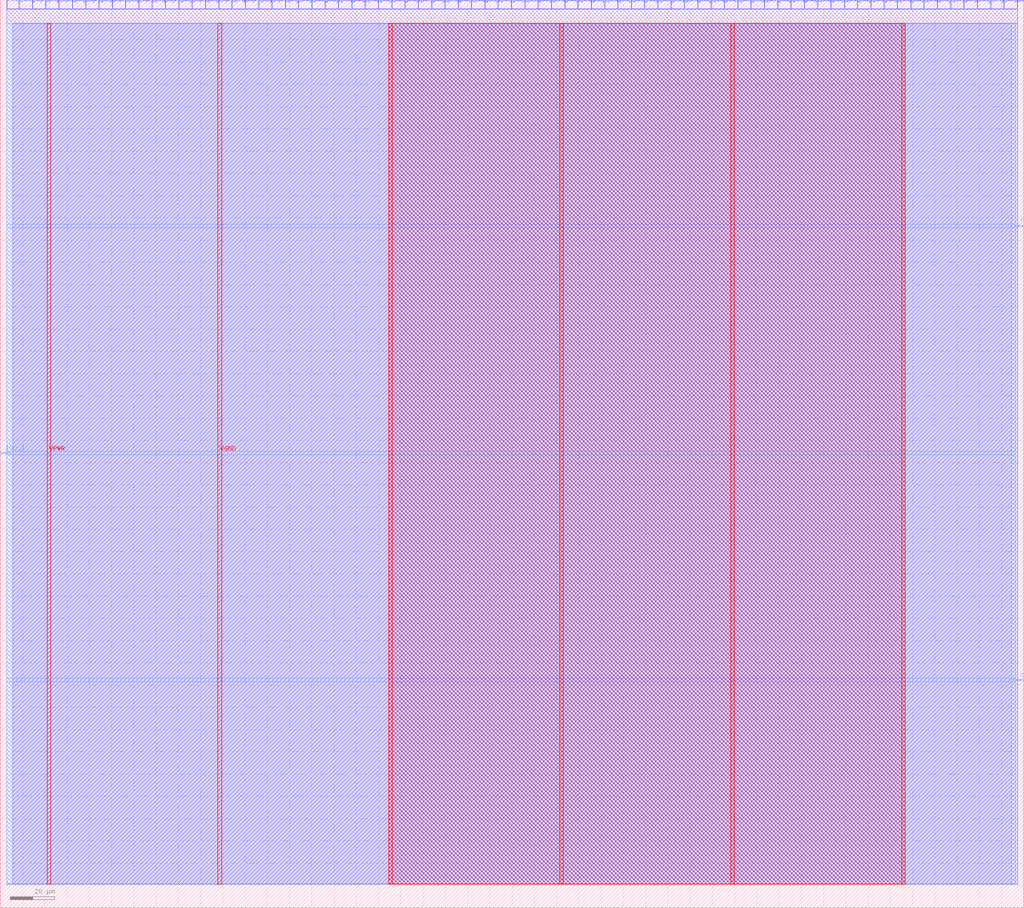
<source format=lef>
VERSION 5.7 ;
NOWIREEXTENSIONATPIN ON ;
DIVIDERCHAR "/" ;
BUSBITCHARS "[]" ;
MACRO tdc_inline_3
  CLASS BLOCK ;
  FOREIGN tdc_inline_3 ;
  ORIGIN 0.000 0.000 ;
  SIZE 460.000 BY 408.000 ;
  PIN bus_in[0]
    DIRECTION INPUT ;
    PORT 
      LAYER met2 ;
      RECT 2.850 404.000 3.130 408.000 ;
    END
  END bus_in[0]
  PIN bus_in[10]
    DIRECTION INPUT ;
    PORT 
      LAYER met2 ;
      RECT 121.990 404.000 122.270 408.000 ;
    END
  END bus_in[10]
  PIN bus_in[11]
    DIRECTION INPUT ;
    PORT 
      LAYER met2 ;
      RECT 133.950 404.000 134.230 408.000 ;
    END
  END bus_in[11]
  PIN bus_in[12]
    DIRECTION INPUT ;
    PORT 
      LAYER met2 ;
      RECT 145.910 404.000 146.190 408.000 ;
    END
  END bus_in[12]
  PIN bus_in[13]
    DIRECTION INPUT ;
    PORT 
      LAYER met2 ;
      RECT 157.870 404.000 158.150 408.000 ;
    END
  END bus_in[13]
  PIN bus_in[14]
    DIRECTION INPUT ;
    PORT 
      LAYER met2 ;
      RECT 169.830 404.000 170.110 408.000 ;
    END
  END bus_in[14]
  PIN bus_in[15]
    DIRECTION INPUT ;
    PORT 
      LAYER met2 ;
      RECT 181.790 404.000 182.070 408.000 ;
    END
  END bus_in[15]
  PIN bus_in[16]
    DIRECTION INPUT ;
    PORT 
      LAYER met2 ;
      RECT 193.750 404.000 194.030 408.000 ;
    END
  END bus_in[16]
  PIN bus_in[17]
    DIRECTION INPUT ;
    PORT 
      LAYER met2 ;
      RECT 205.710 404.000 205.990 408.000 ;
    END
  END bus_in[17]
  PIN bus_in[18]
    DIRECTION INPUT ;
    PORT 
      LAYER met2 ;
      RECT 217.670 404.000 217.950 408.000 ;
    END
  END bus_in[18]
  PIN bus_in[19]
    DIRECTION INPUT ;
    PORT 
      LAYER met2 ;
      RECT 229.630 404.000 229.910 408.000 ;
    END
  END bus_in[19]
  PIN bus_in[1]
    DIRECTION INPUT ;
    PORT 
      LAYER met2 ;
      RECT 14.350 404.000 14.630 408.000 ;
    END
  END bus_in[1]
  PIN bus_in[20]
    DIRECTION INPUT ;
    PORT 
      LAYER met2 ;
      RECT 241.590 404.000 241.870 408.000 ;
    END
  END bus_in[20]
  PIN bus_in[21]
    DIRECTION INPUT ;
    PORT 
      LAYER met2 ;
      RECT 253.550 404.000 253.830 408.000 ;
    END
  END bus_in[21]
  PIN bus_in[22]
    DIRECTION INPUT ;
    PORT 
      LAYER met2 ;
      RECT 265.510 404.000 265.790 408.000 ;
    END
  END bus_in[22]
  PIN bus_in[23]
    DIRECTION INPUT ;
    PORT 
      LAYER met2 ;
      RECT 277.470 404.000 277.750 408.000 ;
    END
  END bus_in[23]
  PIN bus_in[24]
    DIRECTION INPUT ;
    PORT 
      LAYER met2 ;
      RECT 289.430 404.000 289.710 408.000 ;
    END
  END bus_in[24]
  PIN bus_in[25]
    DIRECTION INPUT ;
    PORT 
      LAYER met2 ;
      RECT 301.390 404.000 301.670 408.000 ;
    END
  END bus_in[25]
  PIN bus_in[26]
    DIRECTION INPUT ;
    PORT 
      LAYER met2 ;
      RECT 313.350 404.000 313.630 408.000 ;
    END
  END bus_in[26]
  PIN bus_in[27]
    DIRECTION INPUT ;
    PORT 
      LAYER met2 ;
      RECT 325.310 404.000 325.590 408.000 ;
    END
  END bus_in[27]
  PIN bus_in[28]
    DIRECTION INPUT ;
    PORT 
      LAYER met2 ;
      RECT 337.270 404.000 337.550 408.000 ;
    END
  END bus_in[28]
  PIN bus_in[29]
    DIRECTION INPUT ;
    PORT 
      LAYER met2 ;
      RECT 349.230 404.000 349.510 408.000 ;
    END
  END bus_in[29]
  PIN bus_in[2]
    DIRECTION INPUT ;
    PORT 
      LAYER met2 ;
      RECT 26.310 404.000 26.590 408.000 ;
    END
  END bus_in[2]
  PIN bus_in[30]
    DIRECTION INPUT ;
    PORT 
      LAYER met2 ;
      RECT 361.190 404.000 361.470 408.000 ;
    END
  END bus_in[30]
  PIN bus_in[31]
    DIRECTION INPUT ;
    PORT 
      LAYER met2 ;
      RECT 373.150 404.000 373.430 408.000 ;
    END
  END bus_in[31]
  PIN bus_in[32]
    DIRECTION INPUT ;
    PORT 
      LAYER met2 ;
      RECT 385.110 404.000 385.390 408.000 ;
    END
  END bus_in[32]
  PIN bus_in[33]
    DIRECTION INPUT ;
    PORT 
      LAYER met2 ;
      RECT 397.070 404.000 397.350 408.000 ;
    END
  END bus_in[33]
  PIN bus_in[34]
    DIRECTION INPUT ;
    PORT 
      LAYER met2 ;
      RECT 409.030 404.000 409.310 408.000 ;
    END
  END bus_in[34]
  PIN bus_in[35]
    DIRECTION INPUT ;
    PORT 
      LAYER met2 ;
      RECT 420.990 404.000 421.270 408.000 ;
    END
  END bus_in[35]
  PIN bus_in[36]
    DIRECTION INPUT ;
    PORT 
      LAYER met2 ;
      RECT 426.970 404.000 427.250 408.000 ;
    END
  END bus_in[36]
  PIN bus_in[37]
    DIRECTION INPUT ;
    PORT 
      LAYER met2 ;
      RECT 432.950 404.000 433.230 408.000 ;
    END
  END bus_in[37]
  PIN bus_in[38]
    DIRECTION INPUT ;
    PORT 
      LAYER met2 ;
      RECT 438.930 404.000 439.210 408.000 ;
    END
  END bus_in[38]
  PIN bus_in[39]
    DIRECTION INPUT ;
    PORT 
      LAYER met2 ;
      RECT 444.910 404.000 445.190 408.000 ;
    END
  END bus_in[39]
  PIN bus_in[3]
    DIRECTION INPUT ;
    PORT 
      LAYER met2 ;
      RECT 38.270 404.000 38.550 408.000 ;
    END
  END bus_in[3]
  PIN bus_in[40]
    DIRECTION INPUT ;
    PORT 
      LAYER met2 ;
      RECT 450.890 404.000 451.170 408.000 ;
    END
  END bus_in[40]
  PIN bus_in[41]
    DIRECTION INPUT ;
    PORT 
      LAYER met2 ;
      RECT 456.870 404.000 457.150 408.000 ;
    END
  END bus_in[41]
  PIN bus_in[4]
    DIRECTION INPUT ;
    PORT 
      LAYER met2 ;
      RECT 50.230 404.000 50.510 408.000 ;
    END
  END bus_in[4]
  PIN bus_in[5]
    DIRECTION INPUT ;
    PORT 
      LAYER met2 ;
      RECT 62.190 404.000 62.470 408.000 ;
    END
  END bus_in[5]
  PIN bus_in[6]
    DIRECTION INPUT ;
    PORT 
      LAYER met2 ;
      RECT 74.150 404.000 74.430 408.000 ;
    END
  END bus_in[6]
  PIN bus_in[7]
    DIRECTION INPUT ;
    PORT 
      LAYER met2 ;
      RECT 86.110 404.000 86.390 408.000 ;
    END
  END bus_in[7]
  PIN bus_in[8]
    DIRECTION INPUT ;
    PORT 
      LAYER met2 ;
      RECT 98.070 404.000 98.350 408.000 ;
    END
  END bus_in[8]
  PIN bus_in[9]
    DIRECTION INPUT ;
    PORT 
      LAYER met2 ;
      RECT 110.030 404.000 110.310 408.000 ;
    END
  END bus_in[9]
  PIN bus_out[0]
    DIRECTION OUTPUT TRISTATE ;
    PORT 
      LAYER met2 ;
      RECT 8.370 404.000 8.650 408.000 ;
    END
  END bus_out[0]
  PIN bus_out[10]
    DIRECTION OUTPUT TRISTATE ;
    PORT 
      LAYER met2 ;
      RECT 127.970 404.000 128.250 408.000 ;
    END
  END bus_out[10]
  PIN bus_out[11]
    DIRECTION OUTPUT TRISTATE ;
    PORT 
      LAYER met2 ;
      RECT 139.930 404.000 140.210 408.000 ;
    END
  END bus_out[11]
  PIN bus_out[12]
    DIRECTION OUTPUT TRISTATE ;
    PORT 
      LAYER met2 ;
      RECT 151.890 404.000 152.170 408.000 ;
    END
  END bus_out[12]
  PIN bus_out[13]
    DIRECTION OUTPUT TRISTATE ;
    PORT 
      LAYER met2 ;
      RECT 163.850 404.000 164.130 408.000 ;
    END
  END bus_out[13]
  PIN bus_out[14]
    DIRECTION OUTPUT TRISTATE ;
    PORT 
      LAYER met2 ;
      RECT 175.810 404.000 176.090 408.000 ;
    END
  END bus_out[14]
  PIN bus_out[15]
    DIRECTION OUTPUT TRISTATE ;
    PORT 
      LAYER met2 ;
      RECT 187.770 404.000 188.050 408.000 ;
    END
  END bus_out[15]
  PIN bus_out[16]
    DIRECTION OUTPUT TRISTATE ;
    PORT 
      LAYER met2 ;
      RECT 199.730 404.000 200.010 408.000 ;
    END
  END bus_out[16]
  PIN bus_out[17]
    DIRECTION OUTPUT TRISTATE ;
    PORT 
      LAYER met2 ;
      RECT 211.690 404.000 211.970 408.000 ;
    END
  END bus_out[17]
  PIN bus_out[18]
    DIRECTION OUTPUT TRISTATE ;
    PORT 
      LAYER met2 ;
      RECT 223.650 404.000 223.930 408.000 ;
    END
  END bus_out[18]
  PIN bus_out[19]
    DIRECTION OUTPUT TRISTATE ;
    PORT 
      LAYER met2 ;
      RECT 235.610 404.000 235.890 408.000 ;
    END
  END bus_out[19]
  PIN bus_out[1]
    DIRECTION OUTPUT TRISTATE ;
    PORT 
      LAYER met2 ;
      RECT 20.330 404.000 20.610 408.000 ;
    END
  END bus_out[1]
  PIN bus_out[20]
    DIRECTION OUTPUT TRISTATE ;
    PORT 
      LAYER met2 ;
      RECT 247.570 404.000 247.850 408.000 ;
    END
  END bus_out[20]
  PIN bus_out[21]
    DIRECTION OUTPUT TRISTATE ;
    PORT 
      LAYER met2 ;
      RECT 259.530 404.000 259.810 408.000 ;
    END
  END bus_out[21]
  PIN bus_out[22]
    DIRECTION OUTPUT TRISTATE ;
    PORT 
      LAYER met2 ;
      RECT 271.490 404.000 271.770 408.000 ;
    END
  END bus_out[22]
  PIN bus_out[23]
    DIRECTION OUTPUT TRISTATE ;
    PORT 
      LAYER met2 ;
      RECT 283.450 404.000 283.730 408.000 ;
    END
  END bus_out[23]
  PIN bus_out[24]
    DIRECTION OUTPUT TRISTATE ;
    PORT 
      LAYER met2 ;
      RECT 295.410 404.000 295.690 408.000 ;
    END
  END bus_out[24]
  PIN bus_out[25]
    DIRECTION OUTPUT TRISTATE ;
    PORT 
      LAYER met2 ;
      RECT 307.370 404.000 307.650 408.000 ;
    END
  END bus_out[25]
  PIN bus_out[26]
    DIRECTION OUTPUT TRISTATE ;
    PORT 
      LAYER met2 ;
      RECT 319.330 404.000 319.610 408.000 ;
    END
  END bus_out[26]
  PIN bus_out[27]
    DIRECTION OUTPUT TRISTATE ;
    PORT 
      LAYER met2 ;
      RECT 331.290 404.000 331.570 408.000 ;
    END
  END bus_out[27]
  PIN bus_out[28]
    DIRECTION OUTPUT TRISTATE ;
    PORT 
      LAYER met2 ;
      RECT 343.250 404.000 343.530 408.000 ;
    END
  END bus_out[28]
  PIN bus_out[29]
    DIRECTION OUTPUT TRISTATE ;
    PORT 
      LAYER met2 ;
      RECT 355.210 404.000 355.490 408.000 ;
    END
  END bus_out[29]
  PIN bus_out[2]
    DIRECTION OUTPUT TRISTATE ;
    PORT 
      LAYER met2 ;
      RECT 32.290 404.000 32.570 408.000 ;
    END
  END bus_out[2]
  PIN bus_out[30]
    DIRECTION OUTPUT TRISTATE ;
    PORT 
      LAYER met2 ;
      RECT 367.170 404.000 367.450 408.000 ;
    END
  END bus_out[30]
  PIN bus_out[31]
    DIRECTION OUTPUT TRISTATE ;
    PORT 
      LAYER met2 ;
      RECT 379.130 404.000 379.410 408.000 ;
    END
  END bus_out[31]
  PIN bus_out[32]
    DIRECTION OUTPUT TRISTATE ;
    PORT 
      LAYER met2 ;
      RECT 391.090 404.000 391.370 408.000 ;
    END
  END bus_out[32]
  PIN bus_out[33]
    DIRECTION OUTPUT TRISTATE ;
    PORT 
      LAYER met2 ;
      RECT 403.050 404.000 403.330 408.000 ;
    END
  END bus_out[33]
  PIN bus_out[34]
    DIRECTION OUTPUT TRISTATE ;
    PORT 
      LAYER met2 ;
      RECT 415.010 404.000 415.290 408.000 ;
    END
  END bus_out[34]
  PIN bus_out[3]
    DIRECTION OUTPUT TRISTATE ;
    PORT 
      LAYER met2 ;
      RECT 44.250 404.000 44.530 408.000 ;
    END
  END bus_out[3]
  PIN bus_out[4]
    DIRECTION OUTPUT TRISTATE ;
    PORT 
      LAYER met2 ;
      RECT 56.210 404.000 56.490 408.000 ;
    END
  END bus_out[4]
  PIN bus_out[5]
    DIRECTION OUTPUT TRISTATE ;
    PORT 
      LAYER met2 ;
      RECT 68.170 404.000 68.450 408.000 ;
    END
  END bus_out[5]
  PIN bus_out[6]
    DIRECTION OUTPUT TRISTATE ;
    PORT 
      LAYER met2 ;
      RECT 80.130 404.000 80.410 408.000 ;
    END
  END bus_out[6]
  PIN bus_out[7]
    DIRECTION OUTPUT TRISTATE ;
    PORT 
      LAYER met2 ;
      RECT 92.090 404.000 92.370 408.000 ;
    END
  END bus_out[7]
  PIN bus_out[8]
    DIRECTION OUTPUT TRISTATE ;
    PORT 
      LAYER met2 ;
      RECT 104.050 404.000 104.330 408.000 ;
    END
  END bus_out[8]
  PIN bus_out[9]
    DIRECTION OUTPUT TRISTATE ;
    PORT 
      LAYER met2 ;
      RECT 116.010 404.000 116.290 408.000 ;
    END
  END bus_out[9]
  PIN clk_i
    DIRECTION INPUT ;
    PORT 
      LAYER met3 ;
      RECT 456.000 102.040 460.000 102.640 ;
    END
  END clk_i
  PIN inp_i
    DIRECTION INPUT ;
    PORT 
      LAYER met3 ;
      RECT 0.000 204.040 4.000 204.640 ;
    END
  END inp_i
  PIN rst_n_i
    DIRECTION INPUT ;
    PORT 
      LAYER met3 ;
      RECT 456.000 306.040 460.000 306.640 ;
    END
  END rst_n_i
  PIN VPWR
    DIRECTION INPUT ;
    USE POWER ;
    PORT 
      LAYER met4 ;
      RECT 174.64 10.64 176.24 397.36 ;
      RECT 328.24 10.64 329.84 397.36 ;
      RECT 21.040 10.640 22.640 397.360 ;
    END
  END VPWR
  PIN VGND
    DIRECTION INPUT ;
    USE GROUND ;
    PORT 
      LAYER met4 ;
      RECT 251.44 10.64 253.04 397.36 ;
      RECT 405.04 10.64 406.64 397.36 ;
      RECT 97.840 10.640 99.440 397.360 ;
    END
  END VGND
  OBS 
    LAYER li1 ;
    RECT 5.520 10.795 454.480 397.205 ;
    LAYER met1 ;
    RECT 5.520 10.640 457.170 397.360 ;
    LAYER met2 ;
    RECT 3.410 403.720 8.090 404.000 ;
    RECT 8.930 403.720 14.070 404.000 ;
    RECT 14.910 403.720 20.050 404.000 ;
    RECT 20.890 403.720 26.030 404.000 ;
    RECT 26.870 403.720 32.010 404.000 ;
    RECT 32.850 403.720 37.990 404.000 ;
    RECT 38.830 403.720 43.970 404.000 ;
    RECT 44.810 403.720 49.950 404.000 ;
    RECT 50.790 403.720 55.930 404.000 ;
    RECT 56.770 403.720 61.910 404.000 ;
    RECT 62.750 403.720 67.890 404.000 ;
    RECT 68.730 403.720 73.870 404.000 ;
    RECT 74.710 403.720 79.850 404.000 ;
    RECT 80.690 403.720 85.830 404.000 ;
    RECT 86.670 403.720 91.810 404.000 ;
    RECT 92.650 403.720 97.790 404.000 ;
    RECT 98.630 403.720 103.770 404.000 ;
    RECT 104.610 403.720 109.750 404.000 ;
    RECT 110.590 403.720 115.730 404.000 ;
    RECT 116.570 403.720 121.710 404.000 ;
    RECT 122.550 403.720 127.690 404.000 ;
    RECT 128.530 403.720 133.670 404.000 ;
    RECT 134.510 403.720 139.650 404.000 ;
    RECT 140.490 403.720 145.630 404.000 ;
    RECT 146.470 403.720 151.610 404.000 ;
    RECT 152.450 403.720 157.590 404.000 ;
    RECT 158.430 403.720 163.570 404.000 ;
    RECT 164.410 403.720 169.550 404.000 ;
    RECT 170.390 403.720 175.530 404.000 ;
    RECT 176.370 403.720 181.510 404.000 ;
    RECT 182.350 403.720 187.490 404.000 ;
    RECT 188.330 403.720 193.470 404.000 ;
    RECT 194.310 403.720 199.450 404.000 ;
    RECT 200.290 403.720 205.430 404.000 ;
    RECT 206.270 403.720 211.410 404.000 ;
    RECT 212.250 403.720 217.390 404.000 ;
    RECT 218.230 403.720 223.370 404.000 ;
    RECT 224.210 403.720 229.350 404.000 ;
    RECT 230.190 403.720 235.330 404.000 ;
    RECT 236.170 403.720 241.310 404.000 ;
    RECT 242.150 403.720 247.290 404.000 ;
    RECT 248.130 403.720 253.270 404.000 ;
    RECT 254.110 403.720 259.250 404.000 ;
    RECT 260.090 403.720 265.230 404.000 ;
    RECT 266.070 403.720 271.210 404.000 ;
    RECT 272.050 403.720 277.190 404.000 ;
    RECT 278.030 403.720 283.170 404.000 ;
    RECT 284.010 403.720 289.150 404.000 ;
    RECT 289.990 403.720 295.130 404.000 ;
    RECT 295.970 403.720 301.110 404.000 ;
    RECT 301.950 403.720 307.090 404.000 ;
    RECT 307.930 403.720 313.070 404.000 ;
    RECT 313.910 403.720 319.050 404.000 ;
    RECT 319.890 403.720 325.030 404.000 ;
    RECT 325.870 403.720 331.010 404.000 ;
    RECT 331.850 403.720 336.990 404.000 ;
    RECT 337.830 403.720 342.970 404.000 ;
    RECT 343.810 403.720 348.950 404.000 ;
    RECT 349.790 403.720 354.930 404.000 ;
    RECT 355.770 403.720 360.910 404.000 ;
    RECT 361.750 403.720 366.890 404.000 ;
    RECT 367.730 403.720 372.870 404.000 ;
    RECT 373.710 403.720 378.850 404.000 ;
    RECT 379.690 403.720 384.830 404.000 ;
    RECT 385.670 403.720 390.810 404.000 ;
    RECT 391.650 403.720 396.790 404.000 ;
    RECT 397.630 403.720 402.770 404.000 ;
    RECT 403.610 403.720 408.750 404.000 ;
    RECT 409.590 403.720 414.730 404.000 ;
    RECT 415.570 403.720 420.710 404.000 ;
    RECT 421.550 403.720 426.690 404.000 ;
    RECT 427.530 403.720 432.670 404.000 ;
    RECT 433.510 403.720 438.650 404.000 ;
    RECT 439.490 403.720 444.630 404.000 ;
    RECT 445.470 403.720 450.610 404.000 ;
    RECT 451.450 403.720 456.590 404.000 ;
    RECT 2.850 10.640 457.140 403.720 ;
    LAYER met3 ;
    RECT 2.825 307.040 456.000 397.285 ;
    RECT 2.825 305.640 455.600 307.040 ;
    RECT 2.825 205.040 456.000 305.640 ;
    RECT 4.400 203.640 456.000 205.040 ;
    RECT 2.825 103.040 456.000 203.640 ;
    RECT 2.825 101.640 455.600 103.040 ;
    RECT 2.825 10.715 456.000 101.640 ;
    LAYER met4 ;
    RECT 174.640 10.640 406.640 397.360 ;
  END
END tdc_inline_3
END LIBRARY

</source>
